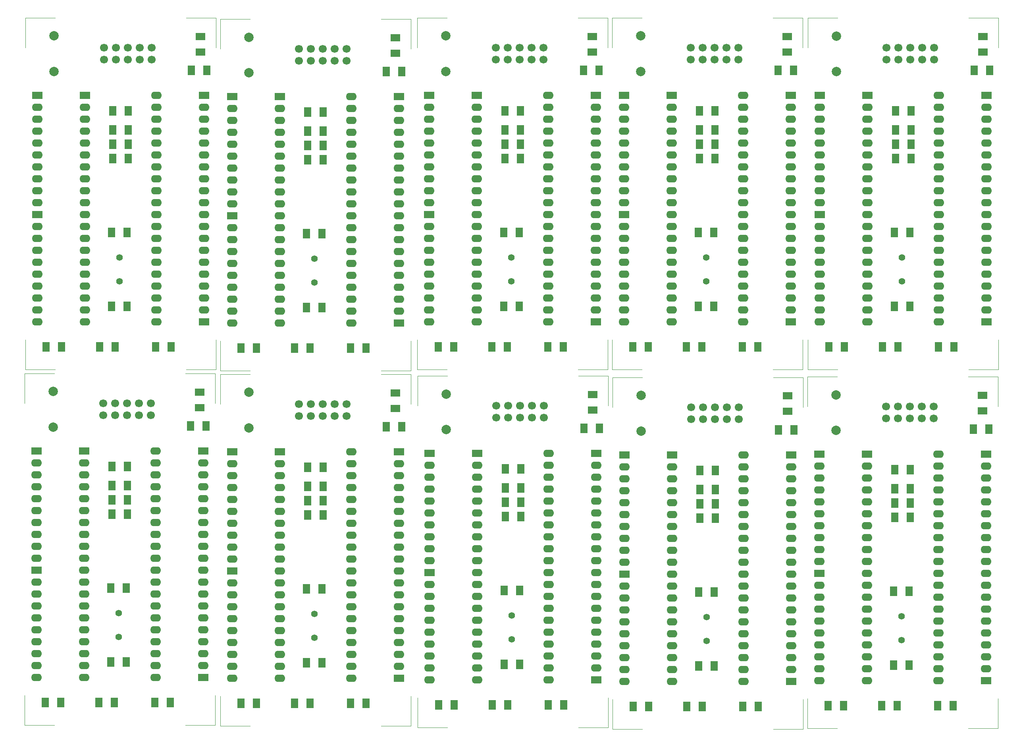
<source format=gts>
G04 (created by PCBNEW (2013-07-07 BZR 4022)-stable) date 3/29/2015 8:23:09 PM*
%MOIN*%
G04 Gerber Fmt 3.4, Leading zero omitted, Abs format*
%FSLAX34Y34*%
G01*
G70*
G90*
G04 APERTURE LIST*
%ADD10C,0.00590551*%
%ADD11C,0.00393701*%
%ADD12C,0.0669291*%
%ADD13R,0.09X0.062*%
%ADD14O,0.09X0.062*%
%ADD15C,0.056*%
%ADD16C,0.0787402*%
%ADD17R,0.06X0.08*%
%ADD18R,0.08X0.06*%
G04 APERTURE END LIST*
G54D10*
G54D11*
X75601Y-24995D02*
X75601Y-27495D01*
X75601Y-24995D02*
X78101Y-24995D01*
X91601Y-24995D02*
X91601Y-27495D01*
X91601Y-24995D02*
X89101Y-24995D01*
X75601Y-54495D02*
X78101Y-54495D01*
X75601Y-54495D02*
X75601Y-51995D01*
X91601Y-54495D02*
X89101Y-54495D01*
X91601Y-54495D02*
X91601Y-51995D01*
X91947Y-24989D02*
X91947Y-27489D01*
X91947Y-24989D02*
X94447Y-24989D01*
X107947Y-24989D02*
X107947Y-27489D01*
X107947Y-24989D02*
X105447Y-24989D01*
X91947Y-54489D02*
X94447Y-54489D01*
X91947Y-54489D02*
X91947Y-51989D01*
X107947Y-54489D02*
X105447Y-54489D01*
X107947Y-54489D02*
X107947Y-51989D01*
X91985Y-55141D02*
X91985Y-57641D01*
X91985Y-55141D02*
X94485Y-55141D01*
X107985Y-55141D02*
X107985Y-57641D01*
X107985Y-55141D02*
X105485Y-55141D01*
X91985Y-84641D02*
X94485Y-84641D01*
X91985Y-84641D02*
X91985Y-82141D01*
X107985Y-84641D02*
X105485Y-84641D01*
X107985Y-84641D02*
X107985Y-82141D01*
X75632Y-55035D02*
X75632Y-57535D01*
X75632Y-55035D02*
X78132Y-55035D01*
X91632Y-55035D02*
X91632Y-57535D01*
X91632Y-55035D02*
X89132Y-55035D01*
X75632Y-84535D02*
X78132Y-84535D01*
X75632Y-84535D02*
X75632Y-82035D01*
X91632Y-84535D02*
X89132Y-84535D01*
X91632Y-84535D02*
X91632Y-82035D01*
X42622Y-54822D02*
X42622Y-57322D01*
X42622Y-54822D02*
X45122Y-54822D01*
X58622Y-54822D02*
X58622Y-57322D01*
X58622Y-54822D02*
X56122Y-54822D01*
X42622Y-84322D02*
X45122Y-84322D01*
X42622Y-84322D02*
X42622Y-81822D01*
X58622Y-84322D02*
X56122Y-84322D01*
X58622Y-84322D02*
X58622Y-81822D01*
X59055Y-54895D02*
X59055Y-57395D01*
X59055Y-54895D02*
X61555Y-54895D01*
X75055Y-54895D02*
X75055Y-57395D01*
X75055Y-54895D02*
X72555Y-54895D01*
X59055Y-84395D02*
X61555Y-84395D01*
X59055Y-84395D02*
X59055Y-81895D01*
X75055Y-84395D02*
X72555Y-84395D01*
X75055Y-84395D02*
X75055Y-81895D01*
X42679Y-24995D02*
X42679Y-27495D01*
X42679Y-24995D02*
X45179Y-24995D01*
X58679Y-24995D02*
X58679Y-27495D01*
X58679Y-24995D02*
X56179Y-24995D01*
X42679Y-54495D02*
X45179Y-54495D01*
X42679Y-54495D02*
X42679Y-51995D01*
X58679Y-54495D02*
X56179Y-54495D01*
X58679Y-54495D02*
X58679Y-51995D01*
X59050Y-25100D02*
X59050Y-27600D01*
X59050Y-25100D02*
X61550Y-25100D01*
X75050Y-25100D02*
X75050Y-27600D01*
X75050Y-25100D02*
X72550Y-25100D01*
X59050Y-54600D02*
X61550Y-54600D01*
X59050Y-54600D02*
X59050Y-52100D01*
X75050Y-54600D02*
X72550Y-54600D01*
X75050Y-54600D02*
X75050Y-52100D01*
X108350Y-55100D02*
X108350Y-57600D01*
X108350Y-55100D02*
X110850Y-55100D01*
X124350Y-55100D02*
X124350Y-57600D01*
X124350Y-55100D02*
X121850Y-55100D01*
X108350Y-84600D02*
X110850Y-84600D01*
X108350Y-84600D02*
X108350Y-82100D01*
X124350Y-84600D02*
X121850Y-84600D01*
X124350Y-84600D02*
X124350Y-82100D01*
X108400Y-25000D02*
X108400Y-27500D01*
X108400Y-25000D02*
X110900Y-25000D01*
X124400Y-25000D02*
X124400Y-27500D01*
X124400Y-25000D02*
X121900Y-25000D01*
X108400Y-54500D02*
X110900Y-54500D01*
X108400Y-54500D02*
X108400Y-52000D01*
X124400Y-54500D02*
X121900Y-54500D01*
X124400Y-54500D02*
X124400Y-52000D01*
G54D12*
X82201Y-28495D03*
X82201Y-27495D03*
X83201Y-28495D03*
X83201Y-27495D03*
X84201Y-28495D03*
X84201Y-27495D03*
X85201Y-28495D03*
X85201Y-27495D03*
X86201Y-28495D03*
X86201Y-27495D03*
G54D13*
X76601Y-31495D03*
G54D14*
X76601Y-32495D03*
X76601Y-33495D03*
X76601Y-34495D03*
X76601Y-35495D03*
X76601Y-36495D03*
X76601Y-37495D03*
X76601Y-38495D03*
X76601Y-39495D03*
X76601Y-40495D03*
G54D13*
X90601Y-31495D03*
G54D14*
X90601Y-32495D03*
X90601Y-33495D03*
X90601Y-34495D03*
X90601Y-35495D03*
X90601Y-36495D03*
X90601Y-37495D03*
X90601Y-38495D03*
X90601Y-39495D03*
X90601Y-40495D03*
G54D15*
X83501Y-47095D03*
X83501Y-45095D03*
G54D13*
X80601Y-31495D03*
G54D14*
X80601Y-32495D03*
X80601Y-33495D03*
X80601Y-34495D03*
X80601Y-35495D03*
X80601Y-36495D03*
X80601Y-37495D03*
X80601Y-38495D03*
X80601Y-39495D03*
X80601Y-40495D03*
X80601Y-41495D03*
X80601Y-42495D03*
X80601Y-43495D03*
X80601Y-44495D03*
X80601Y-45495D03*
X80601Y-46495D03*
X80601Y-47495D03*
X80601Y-48495D03*
X80601Y-49495D03*
X80601Y-50495D03*
X86601Y-50495D03*
X86601Y-49495D03*
X86601Y-48495D03*
X86601Y-47495D03*
X86601Y-46495D03*
X86601Y-45495D03*
X86601Y-44495D03*
X86601Y-43495D03*
X86601Y-42495D03*
X86601Y-41495D03*
X86601Y-40495D03*
X86601Y-39495D03*
X86601Y-38495D03*
X86601Y-37495D03*
X86601Y-36495D03*
X86601Y-35495D03*
X86601Y-34495D03*
X86601Y-33495D03*
X86601Y-32495D03*
X86601Y-31495D03*
G54D16*
X77997Y-29495D03*
X78001Y-26499D03*
G54D13*
X76601Y-41495D03*
G54D14*
X76601Y-42495D03*
X76601Y-43495D03*
X76601Y-44495D03*
X76601Y-45495D03*
X76601Y-46495D03*
X76601Y-47495D03*
X76601Y-48495D03*
X76601Y-49495D03*
X76601Y-50495D03*
G54D13*
X90601Y-50495D03*
G54D14*
X90601Y-49495D03*
X90601Y-48495D03*
X90601Y-47495D03*
X90601Y-46495D03*
X90601Y-45495D03*
X90601Y-44495D03*
X90601Y-43495D03*
X90601Y-42495D03*
X90601Y-41495D03*
G54D17*
X82951Y-32795D03*
X84251Y-32795D03*
X82851Y-49195D03*
X84151Y-49195D03*
X84251Y-36795D03*
X82951Y-36795D03*
X84251Y-35595D03*
X82951Y-35595D03*
X82851Y-42995D03*
X84151Y-42995D03*
X84251Y-34395D03*
X82951Y-34395D03*
X89551Y-29395D03*
X90851Y-29395D03*
G54D18*
X90301Y-27845D03*
X90301Y-26545D03*
G54D17*
X78651Y-52595D03*
X77351Y-52595D03*
X81851Y-52595D03*
X83151Y-52595D03*
X86551Y-52595D03*
X87851Y-52595D03*
G54D12*
X98547Y-28489D03*
X98547Y-27489D03*
X99547Y-28489D03*
X99547Y-27489D03*
X100547Y-28489D03*
X100547Y-27489D03*
X101547Y-28489D03*
X101547Y-27489D03*
X102547Y-28489D03*
X102547Y-27489D03*
G54D13*
X92947Y-31489D03*
G54D14*
X92947Y-32489D03*
X92947Y-33489D03*
X92947Y-34489D03*
X92947Y-35489D03*
X92947Y-36489D03*
X92947Y-37489D03*
X92947Y-38489D03*
X92947Y-39489D03*
X92947Y-40489D03*
G54D13*
X106947Y-31489D03*
G54D14*
X106947Y-32489D03*
X106947Y-33489D03*
X106947Y-34489D03*
X106947Y-35489D03*
X106947Y-36489D03*
X106947Y-37489D03*
X106947Y-38489D03*
X106947Y-39489D03*
X106947Y-40489D03*
G54D15*
X99847Y-47089D03*
X99847Y-45089D03*
G54D13*
X96947Y-31489D03*
G54D14*
X96947Y-32489D03*
X96947Y-33489D03*
X96947Y-34489D03*
X96947Y-35489D03*
X96947Y-36489D03*
X96947Y-37489D03*
X96947Y-38489D03*
X96947Y-39489D03*
X96947Y-40489D03*
X96947Y-41489D03*
X96947Y-42489D03*
X96947Y-43489D03*
X96947Y-44489D03*
X96947Y-45489D03*
X96947Y-46489D03*
X96947Y-47489D03*
X96947Y-48489D03*
X96947Y-49489D03*
X96947Y-50489D03*
X102947Y-50489D03*
X102947Y-49489D03*
X102947Y-48489D03*
X102947Y-47489D03*
X102947Y-46489D03*
X102947Y-45489D03*
X102947Y-44489D03*
X102947Y-43489D03*
X102947Y-42489D03*
X102947Y-41489D03*
X102947Y-40489D03*
X102947Y-39489D03*
X102947Y-38489D03*
X102947Y-37489D03*
X102947Y-36489D03*
X102947Y-35489D03*
X102947Y-34489D03*
X102947Y-33489D03*
X102947Y-32489D03*
X102947Y-31489D03*
G54D16*
X94343Y-29489D03*
X94347Y-26493D03*
G54D13*
X92947Y-41489D03*
G54D14*
X92947Y-42489D03*
X92947Y-43489D03*
X92947Y-44489D03*
X92947Y-45489D03*
X92947Y-46489D03*
X92947Y-47489D03*
X92947Y-48489D03*
X92947Y-49489D03*
X92947Y-50489D03*
G54D13*
X106947Y-50489D03*
G54D14*
X106947Y-49489D03*
X106947Y-48489D03*
X106947Y-47489D03*
X106947Y-46489D03*
X106947Y-45489D03*
X106947Y-44489D03*
X106947Y-43489D03*
X106947Y-42489D03*
X106947Y-41489D03*
G54D17*
X99297Y-32789D03*
X100597Y-32789D03*
X99197Y-49189D03*
X100497Y-49189D03*
X100597Y-36789D03*
X99297Y-36789D03*
X100597Y-35589D03*
X99297Y-35589D03*
X99197Y-42989D03*
X100497Y-42989D03*
X100597Y-34389D03*
X99297Y-34389D03*
X105897Y-29389D03*
X107197Y-29389D03*
G54D18*
X106647Y-27839D03*
X106647Y-26539D03*
G54D17*
X94997Y-52589D03*
X93697Y-52589D03*
X98197Y-52589D03*
X99497Y-52589D03*
X102897Y-52589D03*
X104197Y-52589D03*
G54D12*
X98585Y-58641D03*
X98585Y-57641D03*
X99585Y-58641D03*
X99585Y-57641D03*
X100585Y-58641D03*
X100585Y-57641D03*
X101585Y-58641D03*
X101585Y-57641D03*
X102585Y-58641D03*
X102585Y-57641D03*
G54D13*
X92985Y-61641D03*
G54D14*
X92985Y-62641D03*
X92985Y-63641D03*
X92985Y-64641D03*
X92985Y-65641D03*
X92985Y-66641D03*
X92985Y-67641D03*
X92985Y-68641D03*
X92985Y-69641D03*
X92985Y-70641D03*
G54D13*
X106985Y-61641D03*
G54D14*
X106985Y-62641D03*
X106985Y-63641D03*
X106985Y-64641D03*
X106985Y-65641D03*
X106985Y-66641D03*
X106985Y-67641D03*
X106985Y-68641D03*
X106985Y-69641D03*
X106985Y-70641D03*
G54D15*
X99885Y-77241D03*
X99885Y-75241D03*
G54D13*
X96985Y-61641D03*
G54D14*
X96985Y-62641D03*
X96985Y-63641D03*
X96985Y-64641D03*
X96985Y-65641D03*
X96985Y-66641D03*
X96985Y-67641D03*
X96985Y-68641D03*
X96985Y-69641D03*
X96985Y-70641D03*
X96985Y-71641D03*
X96985Y-72641D03*
X96985Y-73641D03*
X96985Y-74641D03*
X96985Y-75641D03*
X96985Y-76641D03*
X96985Y-77641D03*
X96985Y-78641D03*
X96985Y-79641D03*
X96985Y-80641D03*
X102985Y-80641D03*
X102985Y-79641D03*
X102985Y-78641D03*
X102985Y-77641D03*
X102985Y-76641D03*
X102985Y-75641D03*
X102985Y-74641D03*
X102985Y-73641D03*
X102985Y-72641D03*
X102985Y-71641D03*
X102985Y-70641D03*
X102985Y-69641D03*
X102985Y-68641D03*
X102985Y-67641D03*
X102985Y-66641D03*
X102985Y-65641D03*
X102985Y-64641D03*
X102985Y-63641D03*
X102985Y-62641D03*
X102985Y-61641D03*
G54D16*
X94381Y-59641D03*
X94385Y-56645D03*
G54D13*
X92985Y-71641D03*
G54D14*
X92985Y-72641D03*
X92985Y-73641D03*
X92985Y-74641D03*
X92985Y-75641D03*
X92985Y-76641D03*
X92985Y-77641D03*
X92985Y-78641D03*
X92985Y-79641D03*
X92985Y-80641D03*
G54D13*
X106985Y-80641D03*
G54D14*
X106985Y-79641D03*
X106985Y-78641D03*
X106985Y-77641D03*
X106985Y-76641D03*
X106985Y-75641D03*
X106985Y-74641D03*
X106985Y-73641D03*
X106985Y-72641D03*
X106985Y-71641D03*
G54D17*
X99335Y-62941D03*
X100635Y-62941D03*
X99235Y-79341D03*
X100535Y-79341D03*
X100635Y-66941D03*
X99335Y-66941D03*
X100635Y-65741D03*
X99335Y-65741D03*
X99235Y-73141D03*
X100535Y-73141D03*
X100635Y-64541D03*
X99335Y-64541D03*
X105935Y-59541D03*
X107235Y-59541D03*
G54D18*
X106685Y-57991D03*
X106685Y-56691D03*
G54D17*
X95035Y-82741D03*
X93735Y-82741D03*
X98235Y-82741D03*
X99535Y-82741D03*
X102935Y-82741D03*
X104235Y-82741D03*
G54D12*
X82232Y-58535D03*
X82232Y-57535D03*
X83232Y-58535D03*
X83232Y-57535D03*
X84232Y-58535D03*
X84232Y-57535D03*
X85232Y-58535D03*
X85232Y-57535D03*
X86232Y-58535D03*
X86232Y-57535D03*
G54D13*
X76632Y-61535D03*
G54D14*
X76632Y-62535D03*
X76632Y-63535D03*
X76632Y-64535D03*
X76632Y-65535D03*
X76632Y-66535D03*
X76632Y-67535D03*
X76632Y-68535D03*
X76632Y-69535D03*
X76632Y-70535D03*
G54D13*
X90632Y-61535D03*
G54D14*
X90632Y-62535D03*
X90632Y-63535D03*
X90632Y-64535D03*
X90632Y-65535D03*
X90632Y-66535D03*
X90632Y-67535D03*
X90632Y-68535D03*
X90632Y-69535D03*
X90632Y-70535D03*
G54D15*
X83532Y-77135D03*
X83532Y-75135D03*
G54D13*
X80632Y-61535D03*
G54D14*
X80632Y-62535D03*
X80632Y-63535D03*
X80632Y-64535D03*
X80632Y-65535D03*
X80632Y-66535D03*
X80632Y-67535D03*
X80632Y-68535D03*
X80632Y-69535D03*
X80632Y-70535D03*
X80632Y-71535D03*
X80632Y-72535D03*
X80632Y-73535D03*
X80632Y-74535D03*
X80632Y-75535D03*
X80632Y-76535D03*
X80632Y-77535D03*
X80632Y-78535D03*
X80632Y-79535D03*
X80632Y-80535D03*
X86632Y-80535D03*
X86632Y-79535D03*
X86632Y-78535D03*
X86632Y-77535D03*
X86632Y-76535D03*
X86632Y-75535D03*
X86632Y-74535D03*
X86632Y-73535D03*
X86632Y-72535D03*
X86632Y-71535D03*
X86632Y-70535D03*
X86632Y-69535D03*
X86632Y-68535D03*
X86632Y-67535D03*
X86632Y-66535D03*
X86632Y-65535D03*
X86632Y-64535D03*
X86632Y-63535D03*
X86632Y-62535D03*
X86632Y-61535D03*
G54D16*
X78028Y-59535D03*
X78032Y-56539D03*
G54D13*
X76632Y-71535D03*
G54D14*
X76632Y-72535D03*
X76632Y-73535D03*
X76632Y-74535D03*
X76632Y-75535D03*
X76632Y-76535D03*
X76632Y-77535D03*
X76632Y-78535D03*
X76632Y-79535D03*
X76632Y-80535D03*
G54D13*
X90632Y-80535D03*
G54D14*
X90632Y-79535D03*
X90632Y-78535D03*
X90632Y-77535D03*
X90632Y-76535D03*
X90632Y-75535D03*
X90632Y-74535D03*
X90632Y-73535D03*
X90632Y-72535D03*
X90632Y-71535D03*
G54D17*
X82982Y-62835D03*
X84282Y-62835D03*
X82882Y-79235D03*
X84182Y-79235D03*
X84282Y-66835D03*
X82982Y-66835D03*
X84282Y-65635D03*
X82982Y-65635D03*
X82882Y-73035D03*
X84182Y-73035D03*
X84282Y-64435D03*
X82982Y-64435D03*
X89582Y-59435D03*
X90882Y-59435D03*
G54D18*
X90332Y-57885D03*
X90332Y-56585D03*
G54D17*
X78682Y-82635D03*
X77382Y-82635D03*
X81882Y-82635D03*
X83182Y-82635D03*
X86582Y-82635D03*
X87882Y-82635D03*
G54D12*
X49222Y-58322D03*
X49222Y-57322D03*
X50222Y-58322D03*
X50222Y-57322D03*
X51222Y-58322D03*
X51222Y-57322D03*
X52222Y-58322D03*
X52222Y-57322D03*
X53222Y-58322D03*
X53222Y-57322D03*
G54D13*
X43622Y-61322D03*
G54D14*
X43622Y-62322D03*
X43622Y-63322D03*
X43622Y-64322D03*
X43622Y-65322D03*
X43622Y-66322D03*
X43622Y-67322D03*
X43622Y-68322D03*
X43622Y-69322D03*
X43622Y-70322D03*
G54D13*
X57622Y-61322D03*
G54D14*
X57622Y-62322D03*
X57622Y-63322D03*
X57622Y-64322D03*
X57622Y-65322D03*
X57622Y-66322D03*
X57622Y-67322D03*
X57622Y-68322D03*
X57622Y-69322D03*
X57622Y-70322D03*
G54D15*
X50522Y-76922D03*
X50522Y-74922D03*
G54D13*
X47622Y-61322D03*
G54D14*
X47622Y-62322D03*
X47622Y-63322D03*
X47622Y-64322D03*
X47622Y-65322D03*
X47622Y-66322D03*
X47622Y-67322D03*
X47622Y-68322D03*
X47622Y-69322D03*
X47622Y-70322D03*
X47622Y-71322D03*
X47622Y-72322D03*
X47622Y-73322D03*
X47622Y-74322D03*
X47622Y-75322D03*
X47622Y-76322D03*
X47622Y-77322D03*
X47622Y-78322D03*
X47622Y-79322D03*
X47622Y-80322D03*
X53622Y-80322D03*
X53622Y-79322D03*
X53622Y-78322D03*
X53622Y-77322D03*
X53622Y-76322D03*
X53622Y-75322D03*
X53622Y-74322D03*
X53622Y-73322D03*
X53622Y-72322D03*
X53622Y-71322D03*
X53622Y-70322D03*
X53622Y-69322D03*
X53622Y-68322D03*
X53622Y-67322D03*
X53622Y-66322D03*
X53622Y-65322D03*
X53622Y-64322D03*
X53622Y-63322D03*
X53622Y-62322D03*
X53622Y-61322D03*
G54D16*
X45018Y-59322D03*
X45022Y-56326D03*
G54D13*
X43622Y-71322D03*
G54D14*
X43622Y-72322D03*
X43622Y-73322D03*
X43622Y-74322D03*
X43622Y-75322D03*
X43622Y-76322D03*
X43622Y-77322D03*
X43622Y-78322D03*
X43622Y-79322D03*
X43622Y-80322D03*
G54D13*
X57622Y-80322D03*
G54D14*
X57622Y-79322D03*
X57622Y-78322D03*
X57622Y-77322D03*
X57622Y-76322D03*
X57622Y-75322D03*
X57622Y-74322D03*
X57622Y-73322D03*
X57622Y-72322D03*
X57622Y-71322D03*
G54D17*
X49972Y-62622D03*
X51272Y-62622D03*
X49872Y-79022D03*
X51172Y-79022D03*
X51272Y-66622D03*
X49972Y-66622D03*
X51272Y-65422D03*
X49972Y-65422D03*
X49872Y-72822D03*
X51172Y-72822D03*
X51272Y-64222D03*
X49972Y-64222D03*
X56572Y-59222D03*
X57872Y-59222D03*
G54D18*
X57322Y-57672D03*
X57322Y-56372D03*
G54D17*
X45672Y-82422D03*
X44372Y-82422D03*
X48872Y-82422D03*
X50172Y-82422D03*
X53572Y-82422D03*
X54872Y-82422D03*
G54D12*
X65655Y-58395D03*
X65655Y-57395D03*
X66655Y-58395D03*
X66655Y-57395D03*
X67655Y-58395D03*
X67655Y-57395D03*
X68655Y-58395D03*
X68655Y-57395D03*
X69655Y-58395D03*
X69655Y-57395D03*
G54D13*
X60055Y-61395D03*
G54D14*
X60055Y-62395D03*
X60055Y-63395D03*
X60055Y-64395D03*
X60055Y-65395D03*
X60055Y-66395D03*
X60055Y-67395D03*
X60055Y-68395D03*
X60055Y-69395D03*
X60055Y-70395D03*
G54D13*
X74055Y-61395D03*
G54D14*
X74055Y-62395D03*
X74055Y-63395D03*
X74055Y-64395D03*
X74055Y-65395D03*
X74055Y-66395D03*
X74055Y-67395D03*
X74055Y-68395D03*
X74055Y-69395D03*
X74055Y-70395D03*
G54D15*
X66955Y-76995D03*
X66955Y-74995D03*
G54D13*
X64055Y-61395D03*
G54D14*
X64055Y-62395D03*
X64055Y-63395D03*
X64055Y-64395D03*
X64055Y-65395D03*
X64055Y-66395D03*
X64055Y-67395D03*
X64055Y-68395D03*
X64055Y-69395D03*
X64055Y-70395D03*
X64055Y-71395D03*
X64055Y-72395D03*
X64055Y-73395D03*
X64055Y-74395D03*
X64055Y-75395D03*
X64055Y-76395D03*
X64055Y-77395D03*
X64055Y-78395D03*
X64055Y-79395D03*
X64055Y-80395D03*
X70055Y-80395D03*
X70055Y-79395D03*
X70055Y-78395D03*
X70055Y-77395D03*
X70055Y-76395D03*
X70055Y-75395D03*
X70055Y-74395D03*
X70055Y-73395D03*
X70055Y-72395D03*
X70055Y-71395D03*
X70055Y-70395D03*
X70055Y-69395D03*
X70055Y-68395D03*
X70055Y-67395D03*
X70055Y-66395D03*
X70055Y-65395D03*
X70055Y-64395D03*
X70055Y-63395D03*
X70055Y-62395D03*
X70055Y-61395D03*
G54D16*
X61451Y-59395D03*
X61455Y-56399D03*
G54D13*
X60055Y-71395D03*
G54D14*
X60055Y-72395D03*
X60055Y-73395D03*
X60055Y-74395D03*
X60055Y-75395D03*
X60055Y-76395D03*
X60055Y-77395D03*
X60055Y-78395D03*
X60055Y-79395D03*
X60055Y-80395D03*
G54D13*
X74055Y-80395D03*
G54D14*
X74055Y-79395D03*
X74055Y-78395D03*
X74055Y-77395D03*
X74055Y-76395D03*
X74055Y-75395D03*
X74055Y-74395D03*
X74055Y-73395D03*
X74055Y-72395D03*
X74055Y-71395D03*
G54D17*
X66405Y-62695D03*
X67705Y-62695D03*
X66305Y-79095D03*
X67605Y-79095D03*
X67705Y-66695D03*
X66405Y-66695D03*
X67705Y-65495D03*
X66405Y-65495D03*
X66305Y-72895D03*
X67605Y-72895D03*
X67705Y-64295D03*
X66405Y-64295D03*
X73005Y-59295D03*
X74305Y-59295D03*
G54D18*
X73755Y-57745D03*
X73755Y-56445D03*
G54D17*
X62105Y-82495D03*
X60805Y-82495D03*
X65305Y-82495D03*
X66605Y-82495D03*
X70005Y-82495D03*
X71305Y-82495D03*
G54D12*
X49279Y-28495D03*
X49279Y-27495D03*
X50279Y-28495D03*
X50279Y-27495D03*
X51279Y-28495D03*
X51279Y-27495D03*
X52279Y-28495D03*
X52279Y-27495D03*
X53279Y-28495D03*
X53279Y-27495D03*
G54D13*
X43679Y-31495D03*
G54D14*
X43679Y-32495D03*
X43679Y-33495D03*
X43679Y-34495D03*
X43679Y-35495D03*
X43679Y-36495D03*
X43679Y-37495D03*
X43679Y-38495D03*
X43679Y-39495D03*
X43679Y-40495D03*
G54D13*
X57679Y-31495D03*
G54D14*
X57679Y-32495D03*
X57679Y-33495D03*
X57679Y-34495D03*
X57679Y-35495D03*
X57679Y-36495D03*
X57679Y-37495D03*
X57679Y-38495D03*
X57679Y-39495D03*
X57679Y-40495D03*
G54D15*
X50579Y-47095D03*
X50579Y-45095D03*
G54D13*
X47679Y-31495D03*
G54D14*
X47679Y-32495D03*
X47679Y-33495D03*
X47679Y-34495D03*
X47679Y-35495D03*
X47679Y-36495D03*
X47679Y-37495D03*
X47679Y-38495D03*
X47679Y-39495D03*
X47679Y-40495D03*
X47679Y-41495D03*
X47679Y-42495D03*
X47679Y-43495D03*
X47679Y-44495D03*
X47679Y-45495D03*
X47679Y-46495D03*
X47679Y-47495D03*
X47679Y-48495D03*
X47679Y-49495D03*
X47679Y-50495D03*
X53679Y-50495D03*
X53679Y-49495D03*
X53679Y-48495D03*
X53679Y-47495D03*
X53679Y-46495D03*
X53679Y-45495D03*
X53679Y-44495D03*
X53679Y-43495D03*
X53679Y-42495D03*
X53679Y-41495D03*
X53679Y-40495D03*
X53679Y-39495D03*
X53679Y-38495D03*
X53679Y-37495D03*
X53679Y-36495D03*
X53679Y-35495D03*
X53679Y-34495D03*
X53679Y-33495D03*
X53679Y-32495D03*
X53679Y-31495D03*
G54D16*
X45075Y-29495D03*
X45079Y-26499D03*
G54D13*
X43679Y-41495D03*
G54D14*
X43679Y-42495D03*
X43679Y-43495D03*
X43679Y-44495D03*
X43679Y-45495D03*
X43679Y-46495D03*
X43679Y-47495D03*
X43679Y-48495D03*
X43679Y-49495D03*
X43679Y-50495D03*
G54D13*
X57679Y-50495D03*
G54D14*
X57679Y-49495D03*
X57679Y-48495D03*
X57679Y-47495D03*
X57679Y-46495D03*
X57679Y-45495D03*
X57679Y-44495D03*
X57679Y-43495D03*
X57679Y-42495D03*
X57679Y-41495D03*
G54D17*
X50029Y-32795D03*
X51329Y-32795D03*
X49929Y-49195D03*
X51229Y-49195D03*
X51329Y-36795D03*
X50029Y-36795D03*
X51329Y-35595D03*
X50029Y-35595D03*
X49929Y-42995D03*
X51229Y-42995D03*
X51329Y-34395D03*
X50029Y-34395D03*
X56629Y-29395D03*
X57929Y-29395D03*
G54D18*
X57379Y-27845D03*
X57379Y-26545D03*
G54D17*
X45729Y-52595D03*
X44429Y-52595D03*
X48929Y-52595D03*
X50229Y-52595D03*
X53629Y-52595D03*
X54929Y-52595D03*
G54D12*
X65650Y-28600D03*
X65650Y-27600D03*
X66650Y-28600D03*
X66650Y-27600D03*
X67650Y-28600D03*
X67650Y-27600D03*
X68650Y-28600D03*
X68650Y-27600D03*
X69650Y-28600D03*
X69650Y-27600D03*
G54D13*
X60050Y-31600D03*
G54D14*
X60050Y-32600D03*
X60050Y-33600D03*
X60050Y-34600D03*
X60050Y-35600D03*
X60050Y-36600D03*
X60050Y-37600D03*
X60050Y-38600D03*
X60050Y-39600D03*
X60050Y-40600D03*
G54D13*
X74050Y-31600D03*
G54D14*
X74050Y-32600D03*
X74050Y-33600D03*
X74050Y-34600D03*
X74050Y-35600D03*
X74050Y-36600D03*
X74050Y-37600D03*
X74050Y-38600D03*
X74050Y-39600D03*
X74050Y-40600D03*
G54D15*
X66950Y-47200D03*
X66950Y-45200D03*
G54D13*
X64050Y-31600D03*
G54D14*
X64050Y-32600D03*
X64050Y-33600D03*
X64050Y-34600D03*
X64050Y-35600D03*
X64050Y-36600D03*
X64050Y-37600D03*
X64050Y-38600D03*
X64050Y-39600D03*
X64050Y-40600D03*
X64050Y-41600D03*
X64050Y-42600D03*
X64050Y-43600D03*
X64050Y-44600D03*
X64050Y-45600D03*
X64050Y-46600D03*
X64050Y-47600D03*
X64050Y-48600D03*
X64050Y-49600D03*
X64050Y-50600D03*
X70050Y-50600D03*
X70050Y-49600D03*
X70050Y-48600D03*
X70050Y-47600D03*
X70050Y-46600D03*
X70050Y-45600D03*
X70050Y-44600D03*
X70050Y-43600D03*
X70050Y-42600D03*
X70050Y-41600D03*
X70050Y-40600D03*
X70050Y-39600D03*
X70050Y-38600D03*
X70050Y-37600D03*
X70050Y-36600D03*
X70050Y-35600D03*
X70050Y-34600D03*
X70050Y-33600D03*
X70050Y-32600D03*
X70050Y-31600D03*
G54D16*
X61446Y-29600D03*
X61450Y-26604D03*
G54D13*
X60050Y-41600D03*
G54D14*
X60050Y-42600D03*
X60050Y-43600D03*
X60050Y-44600D03*
X60050Y-45600D03*
X60050Y-46600D03*
X60050Y-47600D03*
X60050Y-48600D03*
X60050Y-49600D03*
X60050Y-50600D03*
G54D13*
X74050Y-50600D03*
G54D14*
X74050Y-49600D03*
X74050Y-48600D03*
X74050Y-47600D03*
X74050Y-46600D03*
X74050Y-45600D03*
X74050Y-44600D03*
X74050Y-43600D03*
X74050Y-42600D03*
X74050Y-41600D03*
G54D17*
X66400Y-32900D03*
X67700Y-32900D03*
X66300Y-49300D03*
X67600Y-49300D03*
X67700Y-36900D03*
X66400Y-36900D03*
X67700Y-35700D03*
X66400Y-35700D03*
X66300Y-43100D03*
X67600Y-43100D03*
X67700Y-34500D03*
X66400Y-34500D03*
X73000Y-29500D03*
X74300Y-29500D03*
G54D18*
X73750Y-27950D03*
X73750Y-26650D03*
G54D17*
X62100Y-52700D03*
X60800Y-52700D03*
X65300Y-52700D03*
X66600Y-52700D03*
X70000Y-52700D03*
X71300Y-52700D03*
G54D12*
X114950Y-58600D03*
X114950Y-57600D03*
X115950Y-58600D03*
X115950Y-57600D03*
X116950Y-58600D03*
X116950Y-57600D03*
X117950Y-58600D03*
X117950Y-57600D03*
X118950Y-58600D03*
X118950Y-57600D03*
G54D13*
X109350Y-61600D03*
G54D14*
X109350Y-62600D03*
X109350Y-63600D03*
X109350Y-64600D03*
X109350Y-65600D03*
X109350Y-66600D03*
X109350Y-67600D03*
X109350Y-68600D03*
X109350Y-69600D03*
X109350Y-70600D03*
G54D13*
X123350Y-61600D03*
G54D14*
X123350Y-62600D03*
X123350Y-63600D03*
X123350Y-64600D03*
X123350Y-65600D03*
X123350Y-66600D03*
X123350Y-67600D03*
X123350Y-68600D03*
X123350Y-69600D03*
X123350Y-70600D03*
G54D15*
X116250Y-77200D03*
X116250Y-75200D03*
G54D13*
X113350Y-61600D03*
G54D14*
X113350Y-62600D03*
X113350Y-63600D03*
X113350Y-64600D03*
X113350Y-65600D03*
X113350Y-66600D03*
X113350Y-67600D03*
X113350Y-68600D03*
X113350Y-69600D03*
X113350Y-70600D03*
X113350Y-71600D03*
X113350Y-72600D03*
X113350Y-73600D03*
X113350Y-74600D03*
X113350Y-75600D03*
X113350Y-76600D03*
X113350Y-77600D03*
X113350Y-78600D03*
X113350Y-79600D03*
X113350Y-80600D03*
X119350Y-80600D03*
X119350Y-79600D03*
X119350Y-78600D03*
X119350Y-77600D03*
X119350Y-76600D03*
X119350Y-75600D03*
X119350Y-74600D03*
X119350Y-73600D03*
X119350Y-72600D03*
X119350Y-71600D03*
X119350Y-70600D03*
X119350Y-69600D03*
X119350Y-68600D03*
X119350Y-67600D03*
X119350Y-66600D03*
X119350Y-65600D03*
X119350Y-64600D03*
X119350Y-63600D03*
X119350Y-62600D03*
X119350Y-61600D03*
G54D16*
X110746Y-59600D03*
X110750Y-56604D03*
G54D13*
X109350Y-71600D03*
G54D14*
X109350Y-72600D03*
X109350Y-73600D03*
X109350Y-74600D03*
X109350Y-75600D03*
X109350Y-76600D03*
X109350Y-77600D03*
X109350Y-78600D03*
X109350Y-79600D03*
X109350Y-80600D03*
G54D13*
X123350Y-80600D03*
G54D14*
X123350Y-79600D03*
X123350Y-78600D03*
X123350Y-77600D03*
X123350Y-76600D03*
X123350Y-75600D03*
X123350Y-74600D03*
X123350Y-73600D03*
X123350Y-72600D03*
X123350Y-71600D03*
G54D17*
X115700Y-62900D03*
X117000Y-62900D03*
X115600Y-79300D03*
X116900Y-79300D03*
X117000Y-66900D03*
X115700Y-66900D03*
X117000Y-65700D03*
X115700Y-65700D03*
X115600Y-73100D03*
X116900Y-73100D03*
X117000Y-64500D03*
X115700Y-64500D03*
X122300Y-59500D03*
X123600Y-59500D03*
G54D18*
X123050Y-57950D03*
X123050Y-56650D03*
G54D17*
X111400Y-82700D03*
X110100Y-82700D03*
X114600Y-82700D03*
X115900Y-82700D03*
X119300Y-82700D03*
X120600Y-82700D03*
G54D12*
X115000Y-28500D03*
X115000Y-27500D03*
X116000Y-28500D03*
X116000Y-27500D03*
X117000Y-28500D03*
X117000Y-27500D03*
X118000Y-28500D03*
X118000Y-27500D03*
X119000Y-28500D03*
X119000Y-27500D03*
G54D13*
X109400Y-31500D03*
G54D14*
X109400Y-32500D03*
X109400Y-33500D03*
X109400Y-34500D03*
X109400Y-35500D03*
X109400Y-36500D03*
X109400Y-37500D03*
X109400Y-38500D03*
X109400Y-39500D03*
X109400Y-40500D03*
G54D13*
X123400Y-31500D03*
G54D14*
X123400Y-32500D03*
X123400Y-33500D03*
X123400Y-34500D03*
X123400Y-35500D03*
X123400Y-36500D03*
X123400Y-37500D03*
X123400Y-38500D03*
X123400Y-39500D03*
X123400Y-40500D03*
G54D15*
X116300Y-47100D03*
X116300Y-45100D03*
G54D13*
X113400Y-31500D03*
G54D14*
X113400Y-32500D03*
X113400Y-33500D03*
X113400Y-34500D03*
X113400Y-35500D03*
X113400Y-36500D03*
X113400Y-37500D03*
X113400Y-38500D03*
X113400Y-39500D03*
X113400Y-40500D03*
X113400Y-41500D03*
X113400Y-42500D03*
X113400Y-43500D03*
X113400Y-44500D03*
X113400Y-45500D03*
X113400Y-46500D03*
X113400Y-47500D03*
X113400Y-48500D03*
X113400Y-49500D03*
X113400Y-50500D03*
X119400Y-50500D03*
X119400Y-49500D03*
X119400Y-48500D03*
X119400Y-47500D03*
X119400Y-46500D03*
X119400Y-45500D03*
X119400Y-44500D03*
X119400Y-43500D03*
X119400Y-42500D03*
X119400Y-41500D03*
X119400Y-40500D03*
X119400Y-39500D03*
X119400Y-38500D03*
X119400Y-37500D03*
X119400Y-36500D03*
X119400Y-35500D03*
X119400Y-34500D03*
X119400Y-33500D03*
X119400Y-32500D03*
X119400Y-31500D03*
G54D16*
X110796Y-29500D03*
X110800Y-26504D03*
G54D13*
X109400Y-41500D03*
G54D14*
X109400Y-42500D03*
X109400Y-43500D03*
X109400Y-44500D03*
X109400Y-45500D03*
X109400Y-46500D03*
X109400Y-47500D03*
X109400Y-48500D03*
X109400Y-49500D03*
X109400Y-50500D03*
G54D13*
X123400Y-50500D03*
G54D14*
X123400Y-49500D03*
X123400Y-48500D03*
X123400Y-47500D03*
X123400Y-46500D03*
X123400Y-45500D03*
X123400Y-44500D03*
X123400Y-43500D03*
X123400Y-42500D03*
X123400Y-41500D03*
G54D17*
X115750Y-32800D03*
X117050Y-32800D03*
X115650Y-49200D03*
X116950Y-49200D03*
X117050Y-36800D03*
X115750Y-36800D03*
X117050Y-35600D03*
X115750Y-35600D03*
X115650Y-43000D03*
X116950Y-43000D03*
X117050Y-34400D03*
X115750Y-34400D03*
X122350Y-29400D03*
X123650Y-29400D03*
G54D18*
X123100Y-27850D03*
X123100Y-26550D03*
G54D17*
X111450Y-52600D03*
X110150Y-52600D03*
X114650Y-52600D03*
X115950Y-52600D03*
X119350Y-52600D03*
X120650Y-52600D03*
M02*

</source>
